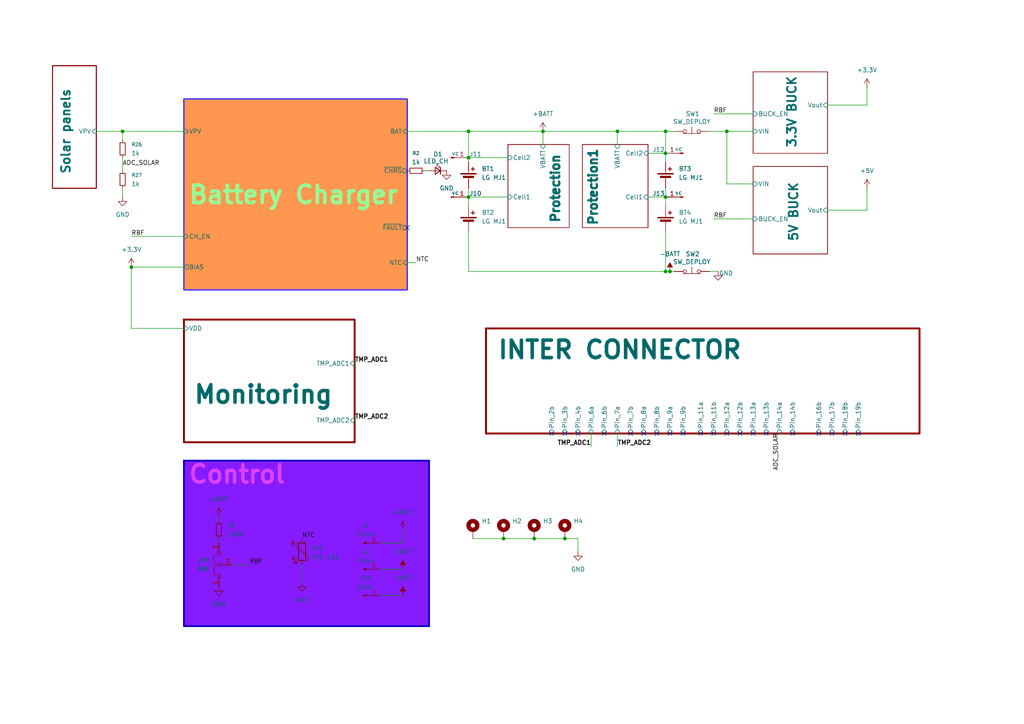
<source format=kicad_sch>
(kicad_sch (version 20250114) (generator "eeschema") (generator_version "9.0")
  (paper "A4")
  (lib_symbols
    (symbol "Connector:Conn_01x01_Pin" (pin_names (offset 1.016) (hide yes))
      (property "Reference" "J" (at 0 2.54 0))
      (property "Value" "Conn_01x01_Pin" (at 0 -2.54 0))
      (symbol "Conn_01x01_Pin_1_1"
        (rectangle (start 0.8636 0.127) (end 0 -0.127) (stroke (width 0.1524)) (fill (type outline)))
        (polyline (pts (xy 1.27 0) (xy 0.8636 0)) (stroke (width 0.1524)))
        (pin passive line (at 5.08 0 180) (length 3.81) (name "Pin_1") (number "1"))
      )
    )
    (symbol "Device:Battery_Cell" (pin_numbers (hide yes)) (pin_names (offset 0) (hide yes))
      (property "Reference" "BT" (at 2.54 2.54 0))
      (property "Value" "Battery_Cell" (at 2.54 0 0))
      (symbol "Battery_Cell_0_1"
        (rectangle (start -2.286 1.778) (end 2.286 1.524) (fill (type outline)))
        (rectangle (start -1.524 1.016) (end 1.524 0.508) (fill (type outline)))
        (polyline (pts (xy 0 1.778) (xy 0 2.54)))
        (polyline (pts (xy 0 0.762) (xy 0 0)))
        (polyline (pts (xy 0.762 3.048) (xy 1.778 3.048)) (stroke (width 0.254)))
        (polyline (pts (xy 1.27 3.556) (xy 1.27 2.54)) (stroke (width 0.254)))
      )
      (symbol "Battery_Cell_1_1"
        (pin passive line (at 0 5.08 270) (length 2.54) (name "+") (number "1"))
        (pin passive line (at 0 -2.54 90) (length 2.54) (name "-") (number "2"))
      )
    )
    (symbol "Device:LED_Small" (pin_numbers (hide yes)) (pin_names (offset 0.254) (hide yes))
      (property "Reference" "D" (at -1.27 3.175 0))
      (property "Value" "LED_Small" (at -4.445 -2.54 0))
      (symbol "LED_Small_0_1"
        (polyline (pts (xy -0.762 -1.016) (xy -0.762 1.016)) (stroke (width 0.254)))
        (polyline (pts (xy 0 0.762) (xy -0.508 1.27) (xy -0.254 1.27) (xy -0.508 1.27) (xy -0.508 1.016)))
        (polyline (pts (xy 0.508 1.27) (xy 0 1.778) (xy 0.254 1.778) (xy 0 1.778) (xy 0 1.524)))
        (polyline (pts (xy 0.762 -1.016) (xy -0.762 0) (xy 0.762 1.016) (xy 0.762 -1.016)) (stroke (width 0.254)))
        (polyline (pts (xy 1.016 0) (xy -0.762 0)))
      )
      (symbol "LED_Small_1_1"
        (pin passive line (at -2.54 0 0) (length 1.778) (name "K") (number "1"))
        (pin passive line (at 2.54 0 180) (length 1.778) (name "A") (number "2"))
      )
    )
    (symbol "Device:R_Small" (pin_numbers (hide yes)) (pin_names (offset 0.254) (hide yes))
      (property "Reference" "R" (at 0 0 90))
      (property "Value" "R_Small" (at 1.778 0 90))
      (symbol "R_Small_0_1"
        (rectangle (start -0.762 1.778) (end 0.762 -1.778) (stroke (width 0.2032)))
      )
      (symbol "R_Small_1_1"
        (pin passive line (at 0 2.54 270) (length 0.762) (name "~") (number "1"))
        (pin passive line (at 0 -2.54 90) (length 0.762) (name "~") (number "2"))
      )
    )
    (symbol "Device:Thermistor_NTC" (pin_numbers (hide yes)) (pin_names (offset 0))
      (property "Reference" "TH" (at -4.445 0 90))
      (property "Value" "Thermistor_NTC" (at 3.175 0 90))
      (symbol "Thermistor_NTC_0_1"
        (arc (start -3.175 2.413) (mid -3.0506 2.3165) (end -3.048 2.159))
        (arc (start -3.048 2.794) (mid -2.9736 2.9736) (end -2.794 3.048))
        (arc (start -2.794 3.048) (mid -2.6144 2.9736) (end -2.54 2.794))
        (arc (start -2.794 2.54) (mid -2.9736 2.6144) (end -3.048 2.794))
        (arc (start -2.794 1.905) (mid -2.9736 1.9794) (end -3.048 2.159))
        (arc (start -2.54 2.159) (mid -2.6144 1.9794) (end -2.794 1.905))
        (arc (start -2.159 2.794) (mid -2.434 2.5608) (end -2.794 2.54))
        (polyline (pts (xy -2.54 2.159) (xy -2.54 2.794)))
        (polyline (pts (xy -2.54 -3.683) (xy -2.54 -1.397) (xy -2.794 -2.159) (xy -2.286 -2.159) (xy -2.54 -1.397) (xy -2.54 -1.651)) (fill (type outline)))
        (polyline (pts (xy -1.778 2.54) (xy -1.778 1.524) (xy 1.778 -1.524) (xy 1.778 -2.54)))
        (polyline (pts (xy -1.778 -1.397) (xy -1.778 -3.683) (xy -2.032 -2.921) (xy -1.524 -2.921) (xy -1.778 -3.683) (xy -1.778 -3.429)) (fill (type outline)))
        (rectangle (start -1.016 2.54) (end 1.016 -2.54) (stroke (width 0.254)))
      )
      (symbol "Thermistor_NTC_1_1"
        (pin passive line (at 0 3.81 270) (length 1.27) (name "~") (number "1"))
        (pin passive line (at 0 -3.81 90) (length 1.27) (name "~") (number "2"))
      )
    )
    (symbol "Jumper:Jumper_3_Open" (pin_names (offset 0) (hide yes)) (in_bom no)
      (property "Reference" "JP" (at -2.54 -2.54 0))
      (property "Value" "Jumper_3_Open" (at 0 2.794 0))
      (symbol "Jumper_3_Open_0_0"
        (circle (center -3.302 0) (radius 0.508))
        (circle (center 0 0) (radius 0.508))
        (circle (center 3.302 0) (radius 0.508))
      )
      (symbol "Jumper_3_Open_0_1"
        (arc (start -3.048 1.016) (mid -1.651 1.4992) (end -0.254 1.016))
        (polyline (pts (xy 0 -0.508) (xy 0 -1.27)))
        (arc (start 0.254 1.016) (mid 1.651 1.4992) (end 3.048 1.016))
      )
      (symbol "Jumper_3_Open_1_1"
        (pin passive line (at -6.35 0 0) (length 2.54) (name "A") (number "1"))
        (pin passive line (at 0 -3.81 90) (length 2.54) (name "C") (number "2"))
        (pin passive line (at 6.35 0 180) (length 2.54) (name "B") (number "3"))
      )
    )
    (symbol "Mechanical:MountingHole_Pad" (pin_numbers (hide yes)) (pin_names (offset 1.016) (hide yes)) (in_bom no)
      (property "Reference" "H" (at 0 6.35 0))
      (property "Value" "MountingHole_Pad" (at 0 4.445 0))
      (symbol "MountingHole_Pad_0_1"
        (circle (center 0 1.27) (radius 1.27) (stroke (width 1.27)))
      )
      (symbol "MountingHole_Pad_1_1"
        (pin input line (at 0 -2.54 90) (length 2.54) (name "1") (number "1"))
      )
    )
    (symbol "Switch:SW_Push_Open" (pin_numbers (hide yes)) (pin_names (offset 1.016) (hide yes))
      (property "Reference" "SW" (at 0 2.54 0))
      (property "Value" "SW_Push_Open" (at 0 -1.905 0))
      (symbol "SW_Push_Open_0_1"
        (polyline (pts (xy -2.54 -0.635) (xy 2.54 -0.635)))
        (circle (center -2.032 0) (radius 0.508))
        (polyline (pts (xy 0 -0.635) (xy 0 1.27)))
        (circle (center 2.032 0) (radius 0.508))
        (pin passive line (at -5.08 0 0) (length 2.54) (name "A") (number "1"))
      )
      (symbol "SW_Push_Open_1_1"
        (pin passive line (at 5.08 0 180) (length 2.54) (name "B") (number "2"))
      )
    )
    (symbol "power:+3.3V" (power) (pin_numbers (hide yes)) (pin_names (offset 0) (hide yes))
      (property "Value" "+3.3V" (at 0 3.556 0))
      (symbol "+3.3V_0_1"
        (polyline (pts (xy -0.762 1.27) (xy 0 2.54)))
        (polyline (pts (xy 0 2.54) (xy 0.762 1.27)))
        (polyline (pts (xy 0 0) (xy 0 2.54)))
      )
      (symbol "+3.3V_1_1"
        (pin power_in line (at 0 0 90) (length 0) (name "~") (number "1"))
      )
    )
    (symbol "power:+5V" (power) (pin_numbers (hide yes)) (pin_names (offset 0) (hide yes))
      (property "Value" "+5V" (at 0 3.556 0))
      (symbol "+5V_0_1"
        (polyline (pts (xy -0.762 1.27) (xy 0 2.54)))
        (polyline (pts (xy 0 2.54) (xy 0.762 1.27)))
        (polyline (pts (xy 0 0) (xy 0 2.54)))
      )
      (symbol "+5V_1_1"
        (pin power_in line (at 0 0 90) (length 0) (name "~") (number "1"))
      )
    )
    (symbol "power:+BATT" (power) (pin_numbers (hide yes)) (pin_names (offset 0) (hide yes))
      (property "Value" "+BATT" (at 0 3.556 0))
      (symbol "+BATT_0_1"
        (polyline (pts (xy -0.762 1.27) (xy 0 2.54)))
        (polyline (pts (xy 0 2.54) (xy 0.762 1.27)))
        (polyline (pts (xy 0 0) (xy 0 2.54)))
      )
      (symbol "+BATT_1_1"
        (pin power_in line (at 0 0 90) (length 0) (name "~") (number "1"))
      )
    )
    (symbol "power:-BATT" (power) (pin_numbers (hide yes)) (pin_names (offset 0) (hide yes))
      (property "Value" "-BATT" (at 0 3.556 0))
      (symbol "-BATT_0_1"
        (polyline (pts (xy 0 0) (xy 0 2.54)))
        (polyline (pts (xy 0.762 1.27) (xy -0.762 1.27) (xy 0 2.54) (xy 0.762 1.27)) (fill (type outline)))
      )
      (symbol "-BATT_1_1"
        (pin power_in line (at 0 0 90) (length 0) (name "~") (number "1"))
      )
    )
    (symbol "power:GND" (power) (pin_numbers (hide yes)) (pin_names (offset 0) (hide yes))
      (property "Value" "GND" (at 0 -3.81 0))
      (symbol "GND_0_1"
        (polyline (pts (xy 0 0) (xy 0 -1.27) (xy 1.27 -1.27) (xy 0 -2.54) (xy -1.27 -1.27) (xy 0 -1.27)))
      )
      (symbol "GND_1_1"
        (pin power_in line (at 0 0 270) (length 0) (name "~") (number "1"))
      )
    )
  )
  (text_box "Control" (at 53.34 133.604 0) (size 71.12 48.006) (margins 0.9525 0.9525 0.9525 0.9525) (stroke (width 0.508)) (fill (type color) (color 135 27 255 1)) (effects (font (size 5.08 5.08) (thickness 1.016) (bold yes)) (justify left top)))
  (junction (at 135.89 38.1))
  (junction (at 135.89 45.72))
  (junction (at 193.04 57.15))
  (junction (at 163.83 156.21))
  (junction (at 135.89 57.15))
  (junction (at 193.04 78.74))
  (junction (at 157.48 38.1))
  (junction (at 179.07 38.1))
  (junction (at 35.56 38.1))
  (junction (at 210.82 38.1))
  (junction (at 193.04 44.45))
  (junction (at 38.1 77.47))
  (junction (at 193.04 38.1))
  (junction (at 194.31 78.74))
  (junction (at 154.94 156.21))
  (junction (at 146.05 156.21))
  (no_connect (at 248.92 125.73))
  (no_connect (at 237.49 125.73))
  (no_connect (at 229.87 125.73))
  (no_connect (at 167.64 125.73))
  (no_connect (at 186.69 125.73))
  (no_connect (at 163.83 125.73))
  (no_connect (at 118.11 66.04))
  (no_connect (at 245.11 125.73))
  (no_connect (at 222.25 125.73))
  (no_connect (at 218.44 125.73))
  (no_connect (at 160.02 125.73))
  (no_connect (at 210.82 125.73))
  (no_connect (at 203.2 125.73))
  (no_connect (at 190.5 125.73))
  (no_connect (at 207.01 125.73))
  (no_connect (at 175.26 125.73))
  (no_connect (at 194.31 125.73))
  (no_connect (at 241.3 125.73))
  (no_connect (at 182.88 125.73))
  (no_connect (at 214.63 125.73))
  (no_connect (at 198.12 125.73))
  (wire (pts (xy 38.1 77.47) (xy 38.1 95.25)))
  (wire (pts (xy 193.04 57.15) (xy 193.04 59.69)))
  (wire (pts (xy 35.56 38.1) (xy 35.56 40.64)))
  (wire (pts (xy 179.07 125.73) (xy 179.07 129.54)))
  (wire (pts (xy 35.56 45.72) (xy 35.56 49.53)))
  (wire (pts (xy 205.74 38.1) (xy 210.82 38.1)))
  (wire (pts (xy 63.5 149.86) (xy 63.5 151.13)))
  (wire (pts (xy 135.89 45.72) (xy 135.89 46.99)))
  (wire (pts (xy 207.01 33.02) (xy 218.44 33.02)))
  (wire (pts (xy 179.07 38.1) (xy 193.04 38.1)))
  (wire (pts (xy 210.82 38.1) (xy 210.82 53.34)))
  (wire (pts (xy 154.94 156.21) (xy 163.83 156.21)))
  (wire (pts (xy 135.89 45.72) (xy 147.32 45.72)))
  (wire (pts (xy 135.89 54.61) (xy 135.89 57.15)))
  (wire (pts (xy 135.89 67.31) (xy 135.89 78.74)))
  (wire (pts (xy 118.11 38.1) (xy 135.89 38.1)))
  (wire (pts (xy 87.63 163.83) (xy 87.63 168.91)))
  (wire (pts (xy 123.19 49.53) (xy 124.46 49.53)))
  (wire (pts (xy 193.04 54.61) (xy 193.04 57.15)))
  (wire (pts (xy 35.56 38.1) (xy 53.34 38.1)))
  (wire (pts (xy 135.89 57.15) (xy 147.32 57.15)))
  (wire (pts (xy 135.89 38.1) (xy 135.89 45.72)))
  (wire (pts (xy 167.64 156.21) (xy 167.64 160.02)))
  (wire (pts (xy 251.46 54.61) (xy 251.46 60.96)))
  (wire (pts (xy 157.48 38.1) (xy 179.07 38.1)))
  (wire (pts (xy 194.31 78.74) (xy 195.58 78.74)))
  (wire (pts (xy 118.11 76.2) (xy 120.65 76.2)))
  (wire (pts (xy 67.31 163.83) (xy 72.39 163.83)))
  (wire (pts (xy 193.04 67.31) (xy 193.04 78.74)))
  (wire (pts (xy 38.1 77.47) (xy 53.34 77.47)))
  (wire (pts (xy 110.49 165.1) (xy 116.84 165.1)))
  (wire (pts (xy 38.1 68.58) (xy 53.34 68.58)))
  (wire (pts (xy 193.04 38.1) (xy 193.04 44.45)))
  (wire (pts (xy 207.01 63.5) (xy 218.44 63.5)))
  (wire (pts (xy 187.96 57.15) (xy 193.04 57.15)))
  (wire (pts (xy 157.48 38.1) (xy 157.48 41.91)))
  (wire (pts (xy 135.89 57.15) (xy 135.89 59.69)))
  (wire (pts (xy 137.16 156.21) (xy 146.05 156.21)))
  (wire (pts (xy 116.84 153.67) (xy 116.84 157.48)))
  (wire (pts (xy 135.89 78.74) (xy 193.04 78.74)))
  (wire (pts (xy 27.94 38.1) (xy 35.56 38.1)))
  (wire (pts (xy 193.04 44.45) (xy 193.04 46.99)))
  (wire (pts (xy 163.83 156.21) (xy 167.64 156.21)))
  (wire (pts (xy 135.89 38.1) (xy 157.48 38.1)))
  (wire (pts (xy 146.05 156.21) (xy 154.94 156.21)))
  (wire (pts (xy 210.82 53.34) (xy 218.44 53.34)))
  (wire (pts (xy 240.03 30.48) (xy 251.46 30.48)))
  (wire (pts (xy 205.74 78.74) (xy 208.28 78.74)))
  (wire (pts (xy 251.46 25.4) (xy 251.46 30.48)))
  (wire (pts (xy 179.07 38.1) (xy 179.07 41.91)))
  (wire (pts (xy 110.49 157.48) (xy 116.84 157.48)))
  (wire (pts (xy 210.82 38.1) (xy 218.44 38.1)))
  (wire (pts (xy 171.45 125.73) (xy 171.45 129.54)))
  (wire (pts (xy 35.56 54.61) (xy 35.56 57.15)))
  (wire (pts (xy 187.96 44.45) (xy 193.04 44.45)))
  (wire (pts (xy 110.49 172.72) (xy 116.84 172.72)))
  (wire (pts (xy 193.04 38.1) (xy 195.58 38.1)))
  (wire (pts (xy 63.5 156.21) (xy 63.5 157.48)))
  (wire (pts (xy 193.04 78.74) (xy 194.31 78.74)))
  (wire (pts (xy 38.1 95.25) (xy 53.34 95.25)))
  (wire (pts (xy 240.03 60.96) (xy 251.46 60.96)))
  (label "NTC" (at 120.65 76.2 0))
  (label "ADC_SOLAR" (at 226.06 125.73 270))
  (label "NTC" (at 87.63 156.21 0))
  (label "TMP_ADC2" (at 102.87 121.92 0) (effects (font (thickness 0.254) (bold yes))))
  (label "RBF" (at 207.01 63.5 0))
  (label "RBF" (at 72.39 163.83 0))
  (label "TMP_ADC1" (at 171.45 129.54 180) (effects (font (thickness 0.254) (bold yes))))
  (label "RBF" (at 207.01 33.02 0))
  (label "TMP_ADC1" (at 102.87 105.41 0) (effects (font (thickness 0.254) (bold yes))))
  (label "ADC_SOLAR" (at 35.56 48.26 0))
  (label "RBF" (at 38.1 68.58 0))
  (label "TMP_ADC2" (at 179.07 129.54 0) (effects (font (thickness 0.254) (bold yes))))
  (symbol (lib_id "Device:R_Small") (at 120.65 49.53 90) (unit 1)
    (property "Reference" "R2" (at 120.65 44.45 90) (effects (font (size 1.016 1.016))))
    (property "Value" "1k" (at 120.65 46.99 90))
    (property "Footprint" "Resistor_SMD:R_0603_1608Metric" (effects (hide yes)))
    (property "Description" "Resistor, small symbol" (effects (hide yes)))
  )
  (symbol (lib_id "power:-BATT") (at 194.31 78.74 0) (unit 1)
    (property "Reference" "#PWR040" (effects (hide yes)))
    (property "Value" "-BATT" (at 194.31 73.66 0))
    (property "Description" "Power symbol creates a global label with name \"-BATT\"" (effects (hide yes)))
  )
  (symbol (lib_id "power:-BATT") (at 116.84 165.1 0) (unit 1)
    (property "Reference" "#PWR041" (effects (hide yes)))
    (property "Value" "-BATT" (at 116.84 160.02 0))
    (property "Description" "Power symbol creates a global label with name \"-BATT\"" (effects (hide yes)))
  )
  (symbol (lib_id "Connector:Conn_01x01_Pin") (at 105.41 157.48 0) (unit 1)
    (property "Reference" "J1" (at 106.045 152.4 0))
    (property "Value" "Conn" (at 106.045 154.94 0))
    (property "Footprint" "MountingHole:MountingHole_2.5mm_Pad" (effects (hide yes)))
    (property "Description" "Generic connector, single row, 01x01, script generated" (effects (hide yes)))
  )
  (symbol (lib_id "Device:LED_Small") (at 127 49.53 0) (mirror y) (unit 1)
    (property "Reference" "D1" (at 127 44.704 0))
    (property "Value" "LED_CH" (at 126.492 46.736 0))
    (property "Footprint" "LED_SMD:LED_0603_1608Metric" (effects (hide yes)))
    (property "Description" "Light emitting diode, small symbol" (effects (hide yes)))
    (property "Sim.Pin" "1=K 2=A" (effects (hide yes)))
  )
  (symbol (lib_id "Device:Battery_Cell") (at 193.04 64.77 0) (unit 1) (on_board no)
    (property "Reference" "BT4" (at 196.85 61.6584 0) (effects (justify left)))
    (property "Value" "LG MJ1" (at 196.85 64.1984 0) (effects (justify left)))
    (property "Description" "Single-cell battery" (effects (hide yes)))
  )
  (symbol (lib_id "Mechanical:MountingHole_Pad") (at 146.05 153.67 0) (unit 1) (in_bom no)
    (property "Reference" "H2" (at 148.59 151.1299 0) (effects (justify left)))
    (property "Value" "MountingHole_Pad" (effects (hide yes)))
    (property "Footprint" "MountingHole:MountingHole_2.7mm_M2.5_Pad" (effects (hide yes)))
    (property "Description" "Mounting Hole with connection" (effects (hide yes)))
  )
  (symbol (lib_id "Device:Battery_Cell") (at 135.89 52.07 0) (unit 1) (on_board no)
    (property "Reference" "BT1" (at 139.7 48.9584 0) (effects (justify left)))
    (property "Value" "LG MJ1" (at 139.7 51.4984 0) (effects (justify left)))
    (property "Description" "Single-cell battery" (effects (hide yes)))
  )
  (symbol (lib_id "Switch:SW_Push_Open") (at 200.66 78.74 0) (unit 1)
    (property "Reference" "SW2" (at 200.914 73.66 0))
    (property "Value" "SW_DEPLOY" (at 200.66 75.946 0))
    (property "Footprint" "Connector_PinHeader_1.27mm:PinHeader_1x02_P1.27mm_Vertical" (effects (hide yes)))
    (property "Description" "Push button switch, push-to-open, generic, two pins" (effects (hide yes)))
  )
  (symbol (lib_id "Connector:Conn_01x01_Pin") (at 105.41 165.1 0) (unit 1)
    (property "Reference" "J2" (at 106.045 160.02 0))
    (property "Value" "Conn" (at 106.045 162.56 0))
    (property "Footprint" "MountingHole:MountingHole_2.5mm_Pad" (effects (hide yes)))
    (property "Description" "Generic connector, single row, 01x01, script generated" (effects (hide yes)))
  )
  (symbol (lib_id "Connector:Conn_01x01_Pin") (at 130.81 45.72 0) (unit 1)
    (property "Reference" "J11" (at 137.922 44.704 0))
    (property "Value" "vc" (at 132.08 44.45 0))
    (property "Footprint" "Connector_PinHeader_1.00mm:PinHeader_1x01_P1.00mm_Vertical" (effects (hide yes)))
    (property "Description" "Generic connector, single row, 01x01, script generated" (effects (hide yes)))
  )
  (symbol (lib_id "Device:R_Small") (at 35.56 43.18 180) (unit 1)
    (property "Reference" "R26" (at 38.1 41.9099 0) (effects (font (size 1.016 1.016)) (justify right)))
    (property "Value" "1k" (at 38.1 44.4499 0) (effects (justify right)))
    (property "Footprint" "Resistor_SMD:R_0603_1608Metric" (effects (hide yes)))
    (property "Description" "Resistor, small symbol" (effects (hide yes)))
  )
  (symbol (lib_id "Device:R_Small") (at 35.56 52.07 180) (unit 1)
    (property "Reference" "R27" (at 38.1 50.7999 0) (effects (font (size 1.016 1.016)) (justify right)))
    (property "Value" "1k" (at 38.1 53.3399 0) (effects (justify right)))
    (property "Footprint" "Resistor_SMD:R_0603_1608Metric" (effects (hide yes)))
    (property "Description" "Resistor, small symbol" (effects (hide yes)))
  )
  (symbol (lib_id "Switch:SW_Push_Open") (at 200.66 38.1 0) (unit 1)
    (property "Reference" "SW1" (at 200.914 33.02 0))
    (property "Value" "SW_DEPLOY" (at 200.66 35.306 0))
    (property "Footprint" "Connector_PinHeader_1.27mm:PinHeader_1x02_P1.27mm_Vertical" (effects (hide yes)))
    (property "Description" "Push button switch, push-to-open, generic, two pins" (effects (hide yes)))
  )
  (symbol (lib_id "power:+BATT") (at 157.48 38.1 0) (mirror y) (unit 1)
    (property "Reference" "#PWR08" (effects (hide yes)))
    (property "Value" "+BATT" (at 157.48 33.02 0))
    (property "Description" "Power symbol creates a global label with name \"+BATT\"" (effects (hide yes)))
  )
  (symbol (lib_id "Mechanical:MountingHole_Pad") (at 137.16 153.67 0) (unit 1) (in_bom no)
    (property "Reference" "H1" (at 139.7 151.1299 0) (effects (justify left)))
    (property "Value" "MountingHole_Pad" (effects (hide yes)))
    (property "Footprint" "MountingHole:MountingHole_2.7mm_M2.5_Pad" (effects (hide yes)))
    (property "Description" "Mounting Hole with connection" (effects (hide yes)))
  )
  (symbol (lib_id "Jumper:Jumper_3_Open") (at 63.5 163.83 90) (unit 1) (in_bom no)
    (property "Reference" "JP1" (at 60.96 162.5599 90) (effects (justify left)))
    (property "Value" "RBF" (at 60.96 165.0999 90) (effects (justify left)))
    (property "Footprint" "Connector_PinHeader_2.00mm:PinHeader_1x03_P2.00mm_Vertical" (effects (hide yes)))
    (property "Description" "Jumper, 3-pole, both open" (effects (hide yes)))
  )
  (symbol (lib_id "Connector:Conn_01x01_Pin") (at 198.12 44.45 0) (mirror y) (unit 1)
    (property "Reference" "J12" (at 191.008 43.434 0))
    (property "Value" "vc" (at 196.85 43.18 0))
    (property "Footprint" "Connector_PinHeader_1.00mm:PinHeader_1x01_P1.00mm_Vertical" (effects (hide yes)))
    (property "Description" "Generic connector, single row, 01x01, script generated" (effects (hide yes)))
  )
  (symbol (lib_id "power:GND") (at 87.63 168.91 0) (unit 1)
    (property "Reference" "#PWR04" (effects (hide yes)))
    (property "Value" "GND" (at 87.63 173.99 0))
    (property "Description" "Power symbol creates a global label with name \"GND\" , ground" (effects (hide yes)))
  )
  (symbol (lib_id "Device:R_Small") (at 63.5 153.67 180) (unit 1)
    (property "Reference" "R1" (at 66.04 152.3999 0) (effects (font (size 1.016 1.016)) (justify right)))
    (property "Value" "100k" (at 66.04 154.9399 0) (effects (justify right)))
    (property "Footprint" "Resistor_SMD:R_0603_1608Metric" (effects (hide yes)))
    (property "Description" "Resistor, small symbol" (effects (hide yes)))
  )
  (symbol (lib_id "power:-BATT") (at 116.84 172.72 0) (unit 1)
    (property "Reference" "#PWR06" (effects (hide yes)))
    (property "Value" "-BATT" (at 116.84 167.64 0))
    (property "Description" "Power symbol creates a global label with name \"-BATT\"" (effects (hide yes)))
  )
  (symbol (lib_id "Connector:Conn_01x01_Pin") (at 198.12 57.15 0) (mirror y) (unit 1)
    (property "Reference" "J13" (at 191.008 56.134 0))
    (property "Value" "vc" (at 196.85 55.88 0))
    (property "Footprint" "Connector_PinHeader_1.00mm:PinHeader_1x01_P1.00mm_Vertical" (effects (hide yes)))
    (property "Description" "Generic connector, single row, 01x01, script generated" (effects (hide yes)))
  )
  (symbol (lib_id "power:GND") (at 167.64 160.02 0) (unit 1)
    (property "Reference" "#PWR039" (effects (hide yes)))
    (property "Value" "GND" (at 167.64 165.1 0))
    (property "Description" "Power symbol creates a global label with name \"GND\" , ground" (effects (hide yes)))
  )
  (symbol (lib_id "Device:Battery_Cell") (at 135.89 64.77 0) (unit 1) (on_board no)
    (property "Reference" "BT2" (at 139.7 61.6584 0) (effects (justify left)))
    (property "Value" "LG MJ1" (at 139.7 64.1984 0) (effects (justify left)))
    (property "Description" "Single-cell battery" (effects (hide yes)))
  )
  (symbol (lib_id "Device:Thermistor_NTC") (at 87.63 160.02 0) (unit 1)
    (property "Reference" "TH1" (at 90.17 159.0674 0) (effects (justify left)))
    (property "Value" "NTC 10k" (at 90.17 161.6074 0) (effects (justify left)))
    (property "Footprint" "OptoDevice:R_LDR_4.9x4.2mm_P2.54mm_Vertical" (effects (hide yes)))
    (property "Description" "Temperature dependent resistor, negative temperature coefficient" (effects (hide yes)))
  )
  (symbol (lib_id "Connector:Conn_01x01_Pin") (at 105.41 172.72 0) (unit 1)
    (property "Reference" "J14" (at 106.045 167.64 0))
    (property "Value" "Conn" (at 106.045 170.18 0))
    (property "Footprint" "MountingHole:MountingHole_2.5mm_Pad" (effects (hide yes)))
    (property "Description" "Generic connector, single row, 01x01, script generated" (effects (hide yes)))
  )
  (symbol (lib_id "power:GND") (at 35.56 57.15 0) (unit 1)
    (property "Reference" "#PWR042" (effects (hide yes)))
    (property "Value" "GND" (at 35.56 62.23 0))
    (property "Description" "Power symbol creates a global label with name \"GND\" , ground" (effects (hide yes)))
  )
  (symbol (lib_id "Mechanical:MountingHole_Pad") (at 163.83 153.67 0) (unit 1) (in_bom no)
    (property "Reference" "H4" (at 166.37 151.1299 0) (effects (justify left)))
    (property "Value" "MountingHole_Pad" (effects (hide yes)))
    (property "Footprint" "MountingHole:MountingHole_2.7mm_M2.5_Pad" (effects (hide yes)))
    (property "Description" "Mounting Hole with connection" (effects (hide yes)))
  )
  (symbol (lib_id "Device:Battery_Cell") (at 193.04 52.07 0) (unit 1) (on_board no)
    (property "Reference" "BT3" (at 196.85 48.9584 0) (effects (justify left)))
    (property "Value" "LG MJ1" (at 196.85 51.4984 0) (effects (justify left)))
    (property "Description" "Single-cell battery" (effects (hide yes)))
  )
  (symbol (lib_id "power:+BATT") (at 116.84 153.67 0) (mirror y) (unit 1)
    (property "Reference" "#PWR05" (effects (hide yes)))
    (property "Value" "+BATT" (at 116.84 148.59 0))
    (property "Description" "Power symbol creates a global label with name \"+BATT\"" (effects (hide yes)))
  )
  (symbol (lib_id "Mechanical:MountingHole_Pad") (at 154.94 153.67 0) (unit 1) (in_bom no)
    (property "Reference" "H3" (at 157.48 151.1299 0) (effects (justify left)))
    (property "Value" "MountingHole_Pad" (effects (hide yes)))
    (property "Footprint" "MountingHole:MountingHole_2.7mm_M2.5_Pad" (effects (hide yes)))
    (property "Description" "Mounting Hole with connection" (effects (hide yes)))
  )
  (symbol (lib_id "power:GND") (at 208.28 78.74 0) (unit 1)
    (property "Reference" "#PWR09" (effects (hide yes)))
    (property "Value" "GND" (at 210.566 79.248 0))
    (property "Description" "Power symbol creates a global label with name \"GND\" , ground" (effects (hide yes)))
  )
  (symbol (lib_id "power:+3.3V") (at 251.46 25.4 0) (unit 1)
    (property "Reference" "#PWR010" (effects (hide yes)))
    (property "Value" "+3.3V" (at 251.46 20.32 0))
    (property "Description" "Power symbol creates a global label with name \"+3.3V\"" (effects (hide yes)))
  )
  (symbol (lib_id "power:GND") (at 63.5 170.18 0) (unit 1)
    (property "Reference" "#PWR03" (effects (hide yes)))
    (property "Value" "GND" (at 63.5 175.26 0))
    (property "Description" "Power symbol creates a global label with name \"GND\" , ground" (effects (hide yes)))
  )
  (symbol (lib_id "Connector:Conn_01x01_Pin") (at 130.81 57.15 0) (unit 1)
    (property "Reference" "J10" (at 137.922 56.134 0))
    (property "Value" "vc" (at 132.08 55.88 0))
    (property "Footprint" "Connector_PinHeader_1.00mm:PinHeader_1x01_P1.00mm_Vertical" (effects (hide yes)))
    (property "Description" "Generic connector, single row, 01x01, script generated" (effects (hide yes)))
  )
  (symbol (lib_id "power:+5V") (at 251.46 54.61 0) (unit 1)
    (property "Reference" "#PWR011" (effects (hide yes)))
    (property "Value" "+5V" (at 251.46 49.53 0))
    (property "Description" "Power symbol creates a global label with name \"+5V\"" (effects (hide yes)))
  )
  (symbol (lib_id "power:+3.3V") (at 38.1 77.47 0) (unit 1)
    (property "Reference" "#PWR01" (effects (hide yes)))
    (property "Value" "+3.3V" (at 38.1 72.39 0))
    (property "Description" "Power symbol creates a global label with name \"+3.3V\"" (effects (hide yes)))
  )
  (symbol (lib_id "power:GND") (at 129.54 49.53 0) (unit 1)
    (property "Reference" "#PWR07" (effects (hide yes)))
    (property "Value" "GND" (at 129.54 54.61 0))
    (property "Description" "Power symbol creates a global label with name \"GND\" , ground" (effects (hide yes)))
  )
  (symbol (lib_id "power:+BATT") (at 63.5 149.86 0) (mirror y) (unit 1)
    (property "Reference" "#PWR02" (effects (hide yes)))
    (property "Value" "+BATT" (at 63.5 144.78 0))
    (property "Description" "Power symbol creates a global label with name \"+BATT\"" (effects (hide yes)))
  )
  (sheet (at 218.44 48.26) (size 21.59 25.4) (stroke (width 0.1524))
    (property "Sheetname" "5V BUCK" (at 231.648 70.104 90) (effects (font (size 2.54 2.54) (thickness 0.508) (bold yes)) (justify left bottom)))
    (property "Sheetfile" "5Vbuck.kicad_sch" (effects (hide yes)))
    (pin "VIN" input (at 218.44 53.34 180))
    (pin "Vout" input (at 240.03 60.96 0))
    (pin "BUCK_EN" input (at 218.44 63.5 180))
  )
  (sheet (at 147.32 41.91) (size 17.78 24.13) (stroke (width 0.1524))
    (property "Sheetname" "Protection" (at 162.56 64.77 90) (effects (font (size 2.54 2.54) (thickness 1.016) (bold yes)) (justify left bottom)))
    (property "Sheetfile" "protection.kicad_sch" (effects (hide yes)))
    (pin "Cell1" input (at 147.32 57.15 180))
    (pin "Cell2" input (at 147.32 45.72 180))
    (pin "VBATT" input (at 157.48 41.91 90))
  )
  (sheet (at 218.44 20.828) (size 21.59 23.622) (stroke (width 0.1524))
    (property "Sheetname" "3.3V BUCK" (at 231.14 42.926 90) (effects (font (size 2.54 2.54) (thickness 0.508) (bold yes)) (justify left bottom)))
    (property "Sheetfile" "3.3buck.kicad_sch" (effects (hide yes)))
    (pin "VIN" input (at 218.44 38.1 180))
    (pin "Vout" input (at 240.03 30.48 0))
    (pin "BUCK_EN" input (at 218.44 33.02 180))
  )
  (sheet (at 168.91 41.91) (size 19.05 24.13) (stroke (width 0.1524))
    (property "Sheetname" "Protection1" (at 173.482 65.532 90) (effects (font (size 2.54 2.54) (thickness 1.016) (bold yes)) (justify left bottom)))
    (property "Sheetfile" "protection.kicad_sch" (effects (hide yes)))
    (pin "Cell1" input (at 187.96 57.15 0))
    (pin "Cell2" input (at 187.96 44.45 0))
    (pin "VBATT" input (at 179.07 41.91 90))
  )
  (sheet (at 53.34 92.71) (size 49.53 35.56) (stroke (width 0.508))
    (property "Sheetname" "Monitoring" (at 55.88 117.348 0) (effects (font (size 5.08 5.08) (thickness 1.016) (bold yes)) (justify left bottom)))
    (property "Sheetfile" "moni.kicad_sch" (effects (hide yes)))
    (pin "TMP_ADC1" input (at 102.87 105.41 0))
    (pin "TMP_ADC2" input (at 102.87 121.92 0))
    (pin "VDD" input (at 53.34 95.25 180))
  )
  (sheet (at 140.97 95.25) (size 125.73 30.48) (stroke (width 0.508))
    (property "Sheetname" "INTER CONNECTOR" (at 144.018 104.394 0) (effects (font (size 5.08 5.08) (thickness 1.016) (bold yes)) (justify left bottom)))
    (property "Sheetfile" "connector.kicad_sch" (effects (hide yes)))
    (pin "Pin_2b" input (at 160.02 125.73 270))
    (pin "Pin_3b" input (at 163.83 125.73 270))
    (pin "Pin_4b" input (at 167.64 125.73 270))
    (pin "Pin_6a" input (at 171.45 125.73 270))
    (pin "Pin_6b" input (at 175.26 125.73 270))
    (pin "Pin_7a" input (at 179.07 125.73 270))
    (pin "Pin_7b" input (at 182.88 125.73 270))
    (pin "Pin_8a" input (at 186.69 125.73 270))
    (pin "Pin_8b" input (at 190.5 125.73 270))
    (pin "Pin_9a" input (at 194.31 125.73 270))
    (pin "Pin_9b" input (at 198.12 125.73 270))
    (pin "Pin_11a" input (at 203.2 125.73 270))
    (pin "Pin_11b" input (at 207.01 125.73 270))
    (pin "Pin_12a" input (at 210.82 125.73 270))
    (pin "Pin_12b" input (at 214.63 125.73 270))
    (pin "Pin_13a" input (at 218.44 125.73 270))
    (pin "Pin_13b" input (at 222.25 125.73 270))
    (pin "Pin_14a" input (at 226.06 125.73 270))
    (pin "Pin_14b" input (at 229.87 125.73 270))
    (pin "Pin_16b" input (at 237.49 125.73 270))
    (pin "Pin_17b" input (at 241.3 125.73 270))
    (pin "Pin_18b" input (at 245.11 125.73 270))
    (pin "Pin_19b" input (at 248.92 125.73 270))
  )
  (sheet (at 53.34 28.702) (size 64.77 55.372) (stroke (width 0.381) (color 49 34 255 1)) (fill (color 255 151 80 1.0000))
    (property "Sheetname" "Battery Charger" (at 54.356 59.436 0) (effects (font (size 5.08 5.08) (thickness 1.016) (bold yes)) (justify left bottom)))
    (property "Sheetfile" "charger.kicad_sch" (effects (hide yes)))
    (pin "CH_EN" input (at 53.34 68.58 180))
    (pin "VPV" input (at 53.34 38.1 180))
    (pin "~{CHRG}" output (at 118.11 49.53 0))
    (pin "~{FAULT}" output (at 118.11 66.04 0))
    (pin "BIAS" output (at 53.34 77.47 180))
    (pin "NTC" input (at 118.11 76.2 0))
    (pin "BAT" input (at 118.11 38.1 0))
  )
  (sheet (at 15.24 19.05) (size 12.7 35.56) (stroke (width 0.254))
    (property "Sheetname" "Solar panels" (at 20.574 50.546 90) (effects (font (size 2.54 2.54) (thickness 0.508) (bold yes)) (justify left bottom)))
    (property "Sheetfile" "solar.kicad_sch" (effects (hide yes)))
    (pin "VPV" input (at 27.94 38.1 0))
  )
)
</source>
